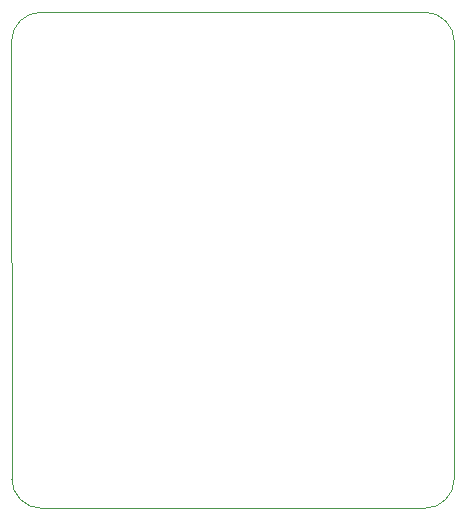
<source format=gbr>
%TF.GenerationSoftware,KiCad,Pcbnew,8.0.0*%
%TF.CreationDate,2024-07-14T16:28:41-05:00*%
%TF.ProjectId,Rick,5269636b-2e6b-4696-9361-645f70636258,rev?*%
%TF.SameCoordinates,Original*%
%TF.FileFunction,Profile,NP*%
%FSLAX46Y46*%
G04 Gerber Fmt 4.6, Leading zero omitted, Abs format (unit mm)*
G04 Created by KiCad (PCBNEW 8.0.0) date 2024-07-14 16:28:41*
%MOMM*%
%LPD*%
G01*
G04 APERTURE LIST*
%TA.AperFunction,Profile*%
%ADD10C,0.050000*%
%TD*%
G04 APERTURE END LIST*
D10*
X154032233Y-104000000D02*
G75*
G02*
X151532233Y-101500000I0J2500000D01*
G01*
X189000000Y-101500000D02*
G75*
G02*
X186500000Y-104000000I-2500000J0D01*
G01*
X186500000Y-62000000D02*
G75*
G02*
X189000000Y-64500000I0J-2500000D01*
G01*
X151500000Y-64500000D02*
G75*
G02*
X154000000Y-62000000I2500000J0D01*
G01*
X151532233Y-101500000D02*
X151500000Y-64500000D01*
X186500000Y-104000000D02*
X154032233Y-104000000D01*
X189000000Y-64500000D02*
X189000000Y-101500000D01*
X154000000Y-62000000D02*
X186500000Y-62000000D01*
M02*

</source>
